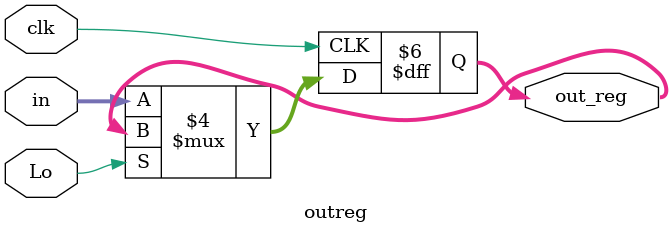
<source format=v>
`timescale 1ns/1ns
module outreg(out_reg,Lo, clk, in);
//Declare inputs and outputs
output reg[7:0]out_reg;
input clk, Lo;
input [7:0]in;


always @(posedge clk)
 begin
  if(!Lo)
   out_reg <= in;
  else
   out_reg <= out_reg;
 end
endmodule
 
</source>
